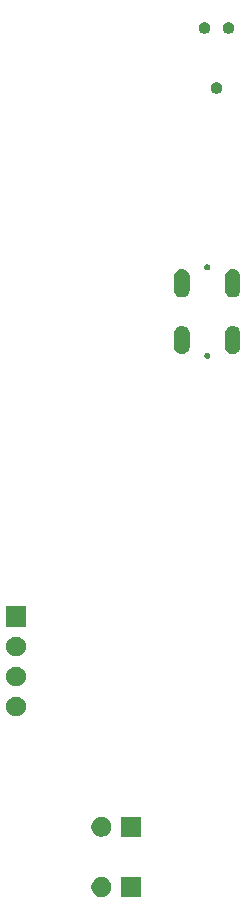
<source format=gbs>
%TF.GenerationSoftware,KiCad,Pcbnew,9.0.3-9.0.3-0~ubuntu24.04.1*%
%TF.CreationDate,2025-08-01T15:49:41+02:00*%
%TF.ProjectId,PHF000 - Node,50484630-3030-4202-9d20-4e6f64652e6b,rev?*%
%TF.SameCoordinates,Original*%
%TF.FileFunction,Soldermask,Bot*%
%TF.FilePolarity,Negative*%
%FSLAX46Y46*%
G04 Gerber Fmt 4.6, Leading zero omitted, Abs format (unit mm)*
G04 Created by KiCad (PCBNEW 9.0.3-9.0.3-0~ubuntu24.04.1) date 2025-08-01 15:49:41*
%MOMM*%
%LPD*%
G01*
G04 APERTURE LIST*
G04 APERTURE END LIST*
G36*
X102125000Y-123449000D02*
G01*
X100425000Y-123449000D01*
X100425000Y-121749000D01*
X102125000Y-121749000D01*
X102125000Y-123449000D01*
G37*
G36*
X98981742Y-121785601D02*
G01*
X99135687Y-121849367D01*
X99274234Y-121941941D01*
X99392059Y-122059766D01*
X99484633Y-122198313D01*
X99548399Y-122352258D01*
X99580907Y-122515685D01*
X99580907Y-122682315D01*
X99548399Y-122845742D01*
X99484633Y-122999687D01*
X99392059Y-123138234D01*
X99274234Y-123256059D01*
X99135687Y-123348633D01*
X98981742Y-123412399D01*
X98818315Y-123444907D01*
X98651685Y-123444907D01*
X98488258Y-123412399D01*
X98334313Y-123348633D01*
X98195766Y-123256059D01*
X98077941Y-123138234D01*
X97985367Y-122999687D01*
X97921601Y-122845742D01*
X97889093Y-122682315D01*
X97889093Y-122515685D01*
X97921601Y-122352258D01*
X97985367Y-122198313D01*
X98077941Y-122059766D01*
X98195766Y-121941941D01*
X98334313Y-121849367D01*
X98488258Y-121785601D01*
X98651685Y-121753093D01*
X98818315Y-121753093D01*
X98981742Y-121785601D01*
G37*
G36*
X102125000Y-118350000D02*
G01*
X100425000Y-118350000D01*
X100425000Y-116650000D01*
X102125000Y-116650000D01*
X102125000Y-118350000D01*
G37*
G36*
X98981742Y-116686601D02*
G01*
X99135687Y-116750367D01*
X99274234Y-116842941D01*
X99392059Y-116960766D01*
X99484633Y-117099313D01*
X99548399Y-117253258D01*
X99580907Y-117416685D01*
X99580907Y-117583315D01*
X99548399Y-117746742D01*
X99484633Y-117900687D01*
X99392059Y-118039234D01*
X99274234Y-118157059D01*
X99135687Y-118249633D01*
X98981742Y-118313399D01*
X98818315Y-118345907D01*
X98651685Y-118345907D01*
X98488258Y-118313399D01*
X98334313Y-118249633D01*
X98195766Y-118157059D01*
X98077941Y-118039234D01*
X97985367Y-117900687D01*
X97921601Y-117746742D01*
X97889093Y-117583315D01*
X97889093Y-117416685D01*
X97921601Y-117253258D01*
X97985367Y-117099313D01*
X98077941Y-116960766D01*
X98195766Y-116842941D01*
X98334313Y-116750367D01*
X98488258Y-116686601D01*
X98651685Y-116654093D01*
X98818315Y-116654093D01*
X98981742Y-116686601D01*
G37*
G36*
X91746742Y-106496601D02*
G01*
X91900687Y-106560367D01*
X92039234Y-106652941D01*
X92157059Y-106770766D01*
X92249633Y-106909313D01*
X92313399Y-107063258D01*
X92345907Y-107226685D01*
X92345907Y-107393315D01*
X92313399Y-107556742D01*
X92249633Y-107710687D01*
X92157059Y-107849234D01*
X92039234Y-107967059D01*
X91900687Y-108059633D01*
X91746742Y-108123399D01*
X91583315Y-108155907D01*
X91416685Y-108155907D01*
X91253258Y-108123399D01*
X91099313Y-108059633D01*
X90960766Y-107967059D01*
X90842941Y-107849234D01*
X90750367Y-107710687D01*
X90686601Y-107556742D01*
X90654093Y-107393315D01*
X90654093Y-107226685D01*
X90686601Y-107063258D01*
X90750367Y-106909313D01*
X90842941Y-106770766D01*
X90960766Y-106652941D01*
X91099313Y-106560367D01*
X91253258Y-106496601D01*
X91416685Y-106464093D01*
X91583315Y-106464093D01*
X91746742Y-106496601D01*
G37*
G36*
X91746742Y-103956600D02*
G01*
X91900687Y-104020366D01*
X92039234Y-104112940D01*
X92157059Y-104230765D01*
X92249633Y-104369312D01*
X92313399Y-104523257D01*
X92345907Y-104686684D01*
X92345907Y-104853314D01*
X92313399Y-105016741D01*
X92249633Y-105170686D01*
X92157059Y-105309233D01*
X92039234Y-105427058D01*
X91900687Y-105519632D01*
X91746742Y-105583398D01*
X91583315Y-105615906D01*
X91416685Y-105615906D01*
X91253258Y-105583398D01*
X91099313Y-105519632D01*
X90960766Y-105427058D01*
X90842941Y-105309233D01*
X90750367Y-105170686D01*
X90686601Y-105016741D01*
X90654093Y-104853314D01*
X90654093Y-104686684D01*
X90686601Y-104523257D01*
X90750367Y-104369312D01*
X90842941Y-104230765D01*
X90960766Y-104112940D01*
X91099313Y-104020366D01*
X91253258Y-103956600D01*
X91416685Y-103924092D01*
X91583315Y-103924092D01*
X91746742Y-103956600D01*
G37*
G36*
X91746742Y-101416601D02*
G01*
X91900687Y-101480367D01*
X92039234Y-101572941D01*
X92157059Y-101690766D01*
X92249633Y-101829313D01*
X92313399Y-101983258D01*
X92345907Y-102146685D01*
X92345907Y-102313315D01*
X92313399Y-102476742D01*
X92249633Y-102630687D01*
X92157059Y-102769234D01*
X92039234Y-102887059D01*
X91900687Y-102979633D01*
X91746742Y-103043399D01*
X91583315Y-103075907D01*
X91416685Y-103075907D01*
X91253258Y-103043399D01*
X91099313Y-102979633D01*
X90960766Y-102887059D01*
X90842941Y-102769234D01*
X90750367Y-102630687D01*
X90686601Y-102476742D01*
X90654093Y-102313315D01*
X90654093Y-102146685D01*
X90686601Y-101983258D01*
X90750367Y-101829313D01*
X90842941Y-101690766D01*
X90960766Y-101572941D01*
X91099313Y-101480367D01*
X91253258Y-101416601D01*
X91416685Y-101384093D01*
X91583315Y-101384093D01*
X91746742Y-101416601D01*
G37*
G36*
X92350000Y-100540000D02*
G01*
X90650000Y-100540000D01*
X90650000Y-98840000D01*
X92350000Y-98840000D01*
X92350000Y-100540000D01*
G37*
G36*
X107742602Y-77367496D02*
G01*
X107750723Y-77367496D01*
X107765597Y-77373657D01*
X107799329Y-77382695D01*
X107829570Y-77400155D01*
X107844448Y-77406318D01*
X107850191Y-77412061D01*
X107858012Y-77416577D01*
X107905922Y-77464487D01*
X107910437Y-77472307D01*
X107916182Y-77478052D01*
X107922345Y-77492932D01*
X107939804Y-77523170D01*
X107948842Y-77556901D01*
X107955004Y-77571777D01*
X107955004Y-77579897D01*
X107957341Y-77588619D01*
X107957341Y-77656380D01*
X107955004Y-77665101D01*
X107955004Y-77673223D01*
X107948841Y-77688100D01*
X107939804Y-77721829D01*
X107922347Y-77752063D01*
X107916182Y-77766948D01*
X107910435Y-77772694D01*
X107905922Y-77780512D01*
X107858012Y-77828422D01*
X107850194Y-77832935D01*
X107844448Y-77838682D01*
X107829563Y-77844847D01*
X107799329Y-77862304D01*
X107765600Y-77871341D01*
X107750723Y-77877504D01*
X107742602Y-77877504D01*
X107733880Y-77879841D01*
X107666120Y-77879841D01*
X107657398Y-77877504D01*
X107649277Y-77877504D01*
X107634400Y-77871341D01*
X107600670Y-77862304D01*
X107570432Y-77844845D01*
X107555552Y-77838682D01*
X107549807Y-77832937D01*
X107541987Y-77828422D01*
X107494077Y-77780512D01*
X107489561Y-77772691D01*
X107483818Y-77766948D01*
X107477655Y-77752070D01*
X107460195Y-77721829D01*
X107451157Y-77688097D01*
X107444996Y-77673223D01*
X107444996Y-77665102D01*
X107442659Y-77656380D01*
X107442659Y-77588619D01*
X107444996Y-77579896D01*
X107444996Y-77571777D01*
X107451156Y-77556904D01*
X107460195Y-77523170D01*
X107477656Y-77492926D01*
X107483818Y-77478052D01*
X107489560Y-77472309D01*
X107494077Y-77464487D01*
X107541987Y-77416577D01*
X107549809Y-77412060D01*
X107555552Y-77406318D01*
X107570426Y-77400156D01*
X107600670Y-77382695D01*
X107634403Y-77373656D01*
X107649277Y-77367496D01*
X107657398Y-77367496D01*
X107666120Y-77365159D01*
X107733880Y-77365159D01*
X107742602Y-77367496D01*
G37*
G36*
X105739266Y-75098575D02*
G01*
X105857351Y-75147487D01*
X105963624Y-75218497D01*
X106054003Y-75308876D01*
X106125013Y-75415149D01*
X106173925Y-75533234D01*
X106198860Y-75658593D01*
X106202000Y-75722500D01*
X106202000Y-76822500D01*
X106198860Y-76886407D01*
X106173925Y-77011766D01*
X106125013Y-77129851D01*
X106054003Y-77236124D01*
X105963624Y-77326503D01*
X105857351Y-77397513D01*
X105739266Y-77446425D01*
X105613907Y-77471360D01*
X105486093Y-77471360D01*
X105360734Y-77446425D01*
X105242649Y-77397513D01*
X105136376Y-77326503D01*
X105045997Y-77236124D01*
X104974987Y-77129851D01*
X104926075Y-77011766D01*
X104901140Y-76886407D01*
X104898000Y-76822500D01*
X104898000Y-75722500D01*
X104901140Y-75658593D01*
X104926075Y-75533234D01*
X104974987Y-75415149D01*
X105045997Y-75308876D01*
X105136376Y-75218497D01*
X105242649Y-75147487D01*
X105360734Y-75098575D01*
X105486093Y-75073640D01*
X105613907Y-75073640D01*
X105739266Y-75098575D01*
G37*
G36*
X110039266Y-75098575D02*
G01*
X110157351Y-75147487D01*
X110263624Y-75218497D01*
X110354003Y-75308876D01*
X110425013Y-75415149D01*
X110473925Y-75533234D01*
X110498860Y-75658593D01*
X110502000Y-75722500D01*
X110502000Y-76822500D01*
X110498860Y-76886407D01*
X110473925Y-77011766D01*
X110425013Y-77129851D01*
X110354003Y-77236124D01*
X110263624Y-77326503D01*
X110157351Y-77397513D01*
X110039266Y-77446425D01*
X109913907Y-77471360D01*
X109786093Y-77471360D01*
X109660734Y-77446425D01*
X109542649Y-77397513D01*
X109436376Y-77326503D01*
X109345997Y-77236124D01*
X109274987Y-77129851D01*
X109226075Y-77011766D01*
X109201140Y-76886407D01*
X109198000Y-76822500D01*
X109198000Y-75722500D01*
X109201140Y-75658593D01*
X109226075Y-75533234D01*
X109274987Y-75415149D01*
X109345997Y-75308876D01*
X109436376Y-75218497D01*
X109542649Y-75147487D01*
X109660734Y-75098575D01*
X109786093Y-75073640D01*
X109913907Y-75073640D01*
X110039266Y-75098575D01*
G37*
G36*
X105739266Y-70298575D02*
G01*
X105857351Y-70347487D01*
X105963624Y-70418497D01*
X106054003Y-70508876D01*
X106125013Y-70615149D01*
X106173925Y-70733234D01*
X106198860Y-70858593D01*
X106202000Y-70922500D01*
X106202000Y-72022500D01*
X106198860Y-72086407D01*
X106173925Y-72211766D01*
X106125013Y-72329851D01*
X106054003Y-72436124D01*
X105963624Y-72526503D01*
X105857351Y-72597513D01*
X105739266Y-72646425D01*
X105613907Y-72671360D01*
X105486093Y-72671360D01*
X105360734Y-72646425D01*
X105242649Y-72597513D01*
X105136376Y-72526503D01*
X105045997Y-72436124D01*
X104974987Y-72329851D01*
X104926075Y-72211766D01*
X104901140Y-72086407D01*
X104898000Y-72022500D01*
X104898000Y-70922500D01*
X104901140Y-70858593D01*
X104926075Y-70733234D01*
X104974987Y-70615149D01*
X105045997Y-70508876D01*
X105136376Y-70418497D01*
X105242649Y-70347487D01*
X105360734Y-70298575D01*
X105486093Y-70273640D01*
X105613907Y-70273640D01*
X105739266Y-70298575D01*
G37*
G36*
X110039266Y-70298575D02*
G01*
X110157351Y-70347487D01*
X110263624Y-70418497D01*
X110354003Y-70508876D01*
X110425013Y-70615149D01*
X110473925Y-70733234D01*
X110498860Y-70858593D01*
X110502000Y-70922500D01*
X110502000Y-72022500D01*
X110498860Y-72086407D01*
X110473925Y-72211766D01*
X110425013Y-72329851D01*
X110354003Y-72436124D01*
X110263624Y-72526503D01*
X110157351Y-72597513D01*
X110039266Y-72646425D01*
X109913907Y-72671360D01*
X109786093Y-72671360D01*
X109660734Y-72646425D01*
X109542649Y-72597513D01*
X109436376Y-72526503D01*
X109345997Y-72436124D01*
X109274987Y-72329851D01*
X109226075Y-72211766D01*
X109201140Y-72086407D01*
X109198000Y-72022500D01*
X109198000Y-70922500D01*
X109201140Y-70858593D01*
X109226075Y-70733234D01*
X109274987Y-70615149D01*
X109345997Y-70508876D01*
X109436376Y-70418497D01*
X109542649Y-70347487D01*
X109660734Y-70298575D01*
X109786093Y-70273640D01*
X109913907Y-70273640D01*
X110039266Y-70298575D01*
G37*
G36*
X107742602Y-69867496D02*
G01*
X107750723Y-69867496D01*
X107765597Y-69873657D01*
X107799329Y-69882695D01*
X107829570Y-69900155D01*
X107844448Y-69906318D01*
X107850191Y-69912061D01*
X107858012Y-69916577D01*
X107905922Y-69964487D01*
X107910437Y-69972307D01*
X107916182Y-69978052D01*
X107922345Y-69992932D01*
X107939804Y-70023170D01*
X107948842Y-70056901D01*
X107955004Y-70071777D01*
X107955004Y-70079897D01*
X107957341Y-70088619D01*
X107957341Y-70156380D01*
X107955004Y-70165101D01*
X107955004Y-70173223D01*
X107948841Y-70188100D01*
X107939804Y-70221829D01*
X107922347Y-70252063D01*
X107916182Y-70266948D01*
X107910435Y-70272694D01*
X107905922Y-70280512D01*
X107858012Y-70328422D01*
X107850194Y-70332935D01*
X107844448Y-70338682D01*
X107829563Y-70344847D01*
X107799329Y-70362304D01*
X107765600Y-70371341D01*
X107750723Y-70377504D01*
X107742602Y-70377504D01*
X107733880Y-70379841D01*
X107666120Y-70379841D01*
X107657398Y-70377504D01*
X107649277Y-70377504D01*
X107634400Y-70371341D01*
X107600670Y-70362304D01*
X107570432Y-70344845D01*
X107555552Y-70338682D01*
X107549807Y-70332937D01*
X107541987Y-70328422D01*
X107494077Y-70280512D01*
X107489561Y-70272691D01*
X107483818Y-70266948D01*
X107477655Y-70252070D01*
X107460195Y-70221829D01*
X107451157Y-70188097D01*
X107444996Y-70173223D01*
X107444996Y-70165102D01*
X107442659Y-70156380D01*
X107442659Y-70088619D01*
X107444996Y-70079896D01*
X107444996Y-70071777D01*
X107451156Y-70056904D01*
X107460195Y-70023170D01*
X107477656Y-69992926D01*
X107483818Y-69978052D01*
X107489560Y-69972309D01*
X107494077Y-69964487D01*
X107541987Y-69916577D01*
X107549809Y-69912060D01*
X107555552Y-69906318D01*
X107570426Y-69900156D01*
X107600670Y-69882695D01*
X107634403Y-69873656D01*
X107649277Y-69867496D01*
X107657398Y-69867496D01*
X107666120Y-69865159D01*
X107733880Y-69865159D01*
X107742602Y-69867496D01*
G37*
G36*
X108689543Y-54482402D02*
G01*
X108801520Y-54547052D01*
X108892948Y-54638480D01*
X108957598Y-54750457D01*
X108991063Y-54875350D01*
X108991063Y-55004650D01*
X108957598Y-55129543D01*
X108892948Y-55241520D01*
X108801520Y-55332948D01*
X108689543Y-55397598D01*
X108564650Y-55431063D01*
X108435350Y-55431063D01*
X108310457Y-55397598D01*
X108198480Y-55332948D01*
X108107052Y-55241520D01*
X108042402Y-55129543D01*
X108008937Y-55004650D01*
X108008937Y-54875350D01*
X108042402Y-54750457D01*
X108107052Y-54638480D01*
X108198480Y-54547052D01*
X108310457Y-54482402D01*
X108435350Y-54448937D01*
X108564650Y-54448937D01*
X108689543Y-54482402D01*
G37*
G36*
X107673543Y-49402402D02*
G01*
X107785520Y-49467052D01*
X107876948Y-49558480D01*
X107941598Y-49670457D01*
X107975063Y-49795350D01*
X107975063Y-49924650D01*
X107941598Y-50049543D01*
X107876948Y-50161520D01*
X107785520Y-50252948D01*
X107673543Y-50317598D01*
X107548650Y-50351063D01*
X107419350Y-50351063D01*
X107294457Y-50317598D01*
X107182480Y-50252948D01*
X107091052Y-50161520D01*
X107026402Y-50049543D01*
X106992937Y-49924650D01*
X106992937Y-49795350D01*
X107026402Y-49670457D01*
X107091052Y-49558480D01*
X107182480Y-49467052D01*
X107294457Y-49402402D01*
X107419350Y-49368937D01*
X107548650Y-49368937D01*
X107673543Y-49402402D01*
G37*
G36*
X109705543Y-49402402D02*
G01*
X109817520Y-49467052D01*
X109908948Y-49558480D01*
X109973598Y-49670457D01*
X110007063Y-49795350D01*
X110007063Y-49924650D01*
X109973598Y-50049543D01*
X109908948Y-50161520D01*
X109817520Y-50252948D01*
X109705543Y-50317598D01*
X109580650Y-50351063D01*
X109451350Y-50351063D01*
X109326457Y-50317598D01*
X109214480Y-50252948D01*
X109123052Y-50161520D01*
X109058402Y-50049543D01*
X109024937Y-49924650D01*
X109024937Y-49795350D01*
X109058402Y-49670457D01*
X109123052Y-49558480D01*
X109214480Y-49467052D01*
X109326457Y-49402402D01*
X109451350Y-49368937D01*
X109580650Y-49368937D01*
X109705543Y-49402402D01*
G37*
M02*

</source>
